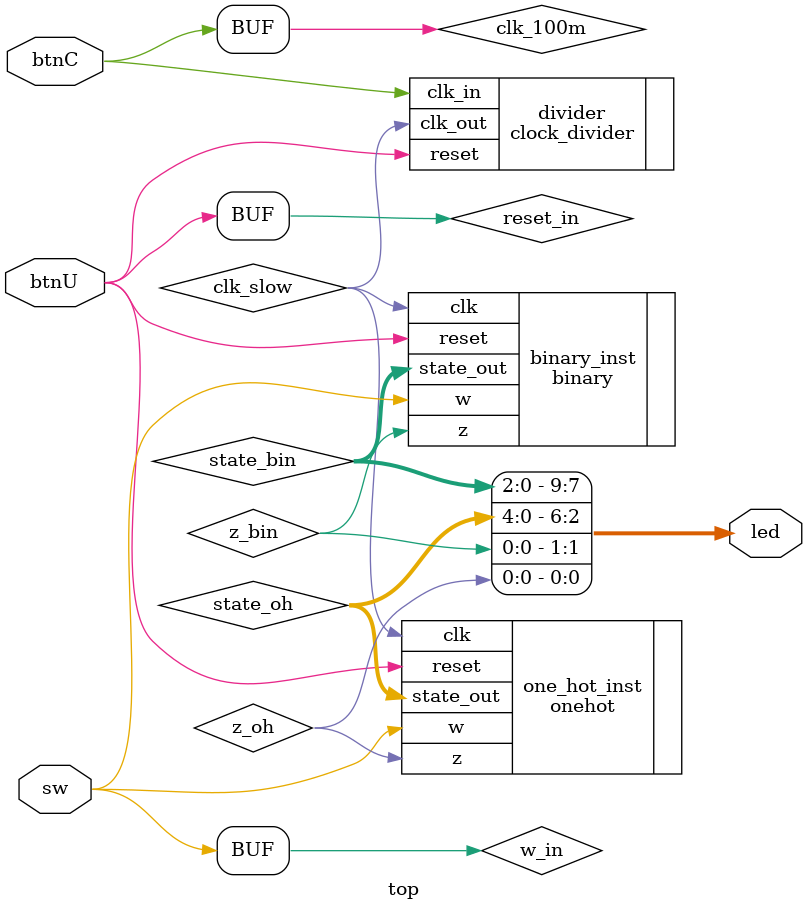
<source format=v>
module top(
    input sw,     // w (Connects directly to w_in)
    output [9:0] led, // Output LEDs [9:0]
    input btnC,   // clk
    input btnU    // reset
);

    // --- Internal Wires ---
    // The single 'sw' input serves as our 'w_in' for the FSMs
    wire w_in = sw;
    
    wire clk_100m = btnC;
    wire reset_in = btnU;
    wire clk_slow;

    wire z_oh; 
    wire z_bin; 
    wire [4:0] state_oh; 
    wire [2:0] state_bin; 

    // --- 1. Instantiate Clock Divider ---
    // Creates a slow clock (clk_slow) from the 100MHz clock (clk_100m)
    clock_divider divider (
        .clk_in(clk_100m),
        .reset(reset_in),
        .clk_out(clk_slow)
    );

    // --- 2. Hook up binary and one-hot state machines ---

    // Instantiate One-Hot FSM
    onehot one_hot_inst (
        .w(w_in),
        .clk(clk_slow), 
        .reset(reset_in),
        .z(z_oh),
        .state_out(state_oh)
    );

    // Instantiate Binary FSM
    binary binary_inst (
        .w(w_in),
        .clk(clk_slow), 
        .reset(reset_in),
        .z(z_bin),
        .state_out(state_bin)
    );

    // --- 3. Connect Outputs to LEDs (led[9:0] assignments) ---

    // led[0] = One-hot Z
    assign led[0] = z_oh;

    // led[1] = Binary Z
    assign led[1] = z_bin;

    // led[6:2] = One-hot State (E, D, C, B, A)
    assign led[6:2] = state_oh;

    // led[9:7] = Binary State (MSB, Mid, LSB)
    assign led[9:7] = state_bin;

endmodule
</source>
